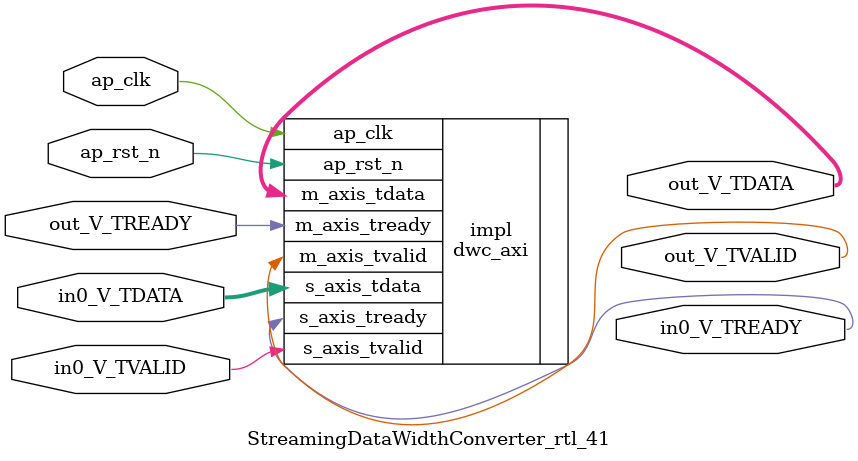
<source format=v>
/******************************************************************************
 * Copyright (C) 2023, Advanced Micro Devices, Inc.
 * All rights reserved.
 *
 * Redistribution and use in source and binary forms, with or without
 * modification, are permitted provided that the following conditions are met:
 *
 *  1. Redistributions of source code must retain the above copyright notice,
 *     this list of conditions and the following disclaimer.
 *
 *  2. Redistributions in binary form must reproduce the above copyright
 *     notice, this list of conditions and the following disclaimer in the
 *     documentation and/or other materials provided with the distribution.
 *
 *  3. Neither the name of the copyright holder nor the names of its
 *     contributors may be used to endorse or promote products derived from
 *     this software without specific prior written permission.
 *
 * THIS SOFTWARE IS PROVIDED BY THE COPYRIGHT HOLDERS AND CONTRIBUTORS "AS IS"
 * AND ANY EXPRESS OR IMPLIED WARRANTIES, INCLUDING, BUT NOT LIMITED TO,
 * THE IMPLIED WARRANTIES OF MERCHANTABILITY AND FITNESS FOR A PARTICULAR
 * PURPOSE ARE DISCLAIMED. IN NO EVENT SHALL THE COPYRIGHT HOLDER OR
 * CONTRIBUTORS BE LIABLE FOR ANY DIRECT, INDIRECT, INCIDENTAL, SPECIAL,
 * EXEMPLARY, OR CONSEQUENTIAL DAMAGES (INCLUDING, BUT NOT LIMITED TO,
 * PROCUREMENT OF SUBSTITUTE GOODS OR SERVICES; LOSS OF USE, DATA, OR PROFITS;
 * OR BUSINESS INTERRUPTION). HOWEVER CAUSED AND ON ANY THEORY OF LIABILITY,
 * WHETHER IN CONTRACT, STRICT LIABILITY, OR TORT (INCLUDING NEGLIGENCE OR
 * OTHERWISE) ARISING IN ANY WAY OUT OF THE USE OF THIS SOFTWARE, EVEN IF
 * ADVISED OF THE POSSIBILITY OF SUCH DAMAGE.
 *****************************************************************************/

module StreamingDataWidthConverter_rtl_41 #(
	parameter  IBITS = 16,
	parameter  OBITS = 4,

	parameter  AXI_IBITS = (IBITS+7)/8 * 8,
	parameter  AXI_OBITS = (OBITS+7)/8 * 8
)(
	//- Global Control ------------------
	(* X_INTERFACE_INFO = "xilinx.com:signal:clock:1.0 ap_clk CLK" *)
	(* X_INTERFACE_PARAMETER = "ASSOCIATED_BUSIF in0_V:out_V, ASSOCIATED_RESET ap_rst_n" *)
	input	ap_clk,
	(* X_INTERFACE_PARAMETER = "POLARITY ACTIVE_LOW" *)
	input	ap_rst_n,

	//- AXI Stream - Input --------------
	output	in0_V_TREADY,
	input	in0_V_TVALID,
	input	[AXI_IBITS-1:0]  in0_V_TDATA,

	//- AXI Stream - Output -------------
	input	out_V_TREADY,
	output	out_V_TVALID,
	output	[AXI_OBITS-1:0]  out_V_TDATA
);

	dwc_axi #(
		.IBITS(IBITS),
		.OBITS(OBITS)
	) impl (
		.ap_clk(ap_clk),
		.ap_rst_n(ap_rst_n),
		.s_axis_tready(in0_V_TREADY),
		.s_axis_tvalid(in0_V_TVALID),
		.s_axis_tdata(in0_V_TDATA),
		.m_axis_tready(out_V_TREADY),
		.m_axis_tvalid(out_V_TVALID),
		.m_axis_tdata(out_V_TDATA)
	);

endmodule

</source>
